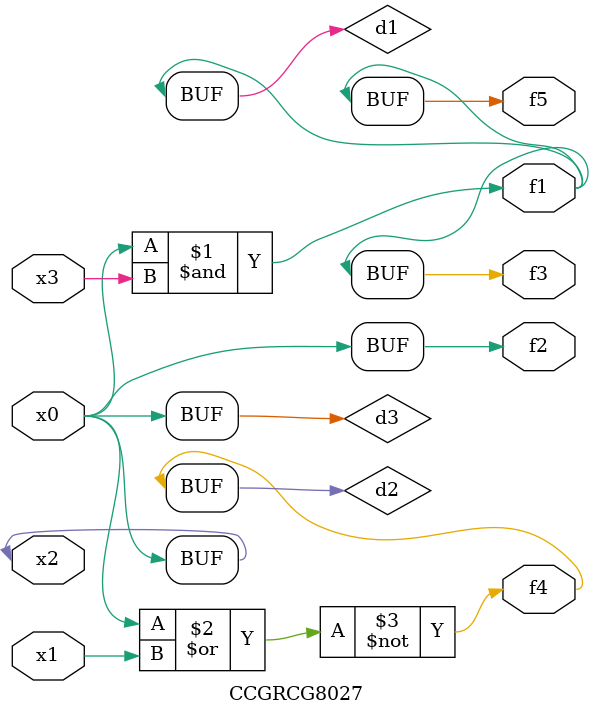
<source format=v>
module CCGRCG8027(
	input x0, x1, x2, x3,
	output f1, f2, f3, f4, f5
);

	wire d1, d2, d3;

	and (d1, x2, x3);
	nor (d2, x0, x1);
	buf (d3, x0, x2);
	assign f1 = d1;
	assign f2 = d3;
	assign f3 = d1;
	assign f4 = d2;
	assign f5 = d1;
endmodule

</source>
